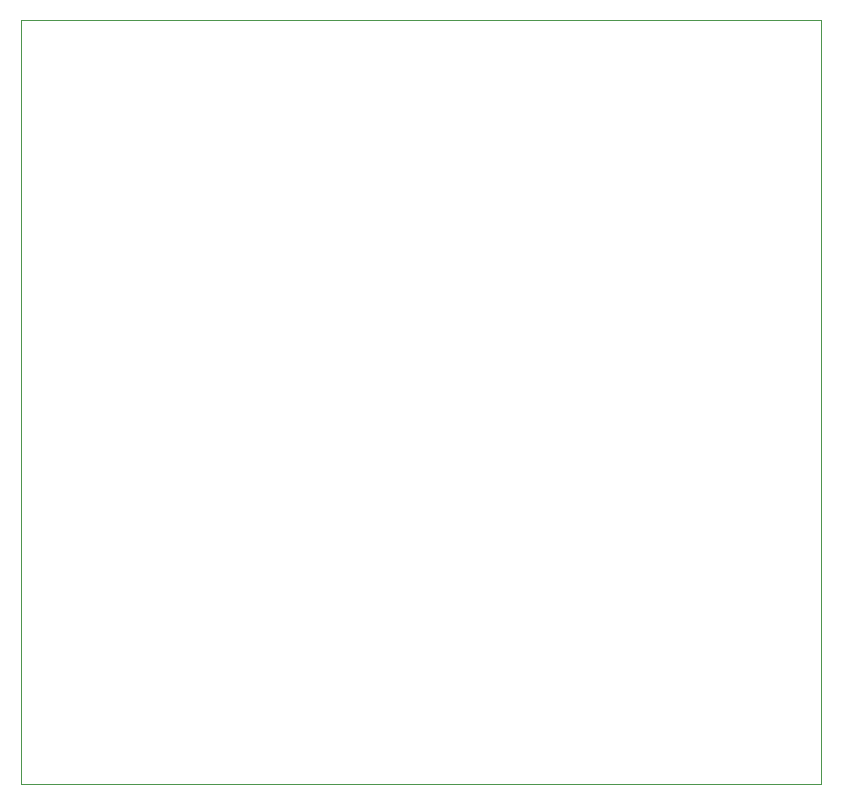
<source format=gm1>
%TF.GenerationSoftware,KiCad,Pcbnew,(6.0.0-0)*%
%TF.CreationDate,2022-07-31T01:07:45-04:00*%
%TF.ProjectId,sam-bday-21,73616d2d-6264-4617-992d-32312e6b6963,v1*%
%TF.SameCoordinates,Original*%
%TF.FileFunction,Profile,NP*%
%FSLAX46Y46*%
G04 Gerber Fmt 4.6, Leading zero omitted, Abs format (unit mm)*
G04 Created by KiCad (PCBNEW (6.0.0-0)) date 2022-07-31 01:07:45*
%MOMM*%
%LPD*%
G01*
G04 APERTURE LIST*
%TA.AperFunction,Profile*%
%ADD10C,0.100000*%
%TD*%
G04 APERTURE END LIST*
D10*
X102514400Y-57404000D02*
X170256200Y-57404000D01*
X170256200Y-57404000D02*
X170256200Y-122148600D01*
X170256200Y-122148600D02*
X102514400Y-122148600D01*
X102514400Y-122148600D02*
X102514400Y-57404000D01*
M02*

</source>
